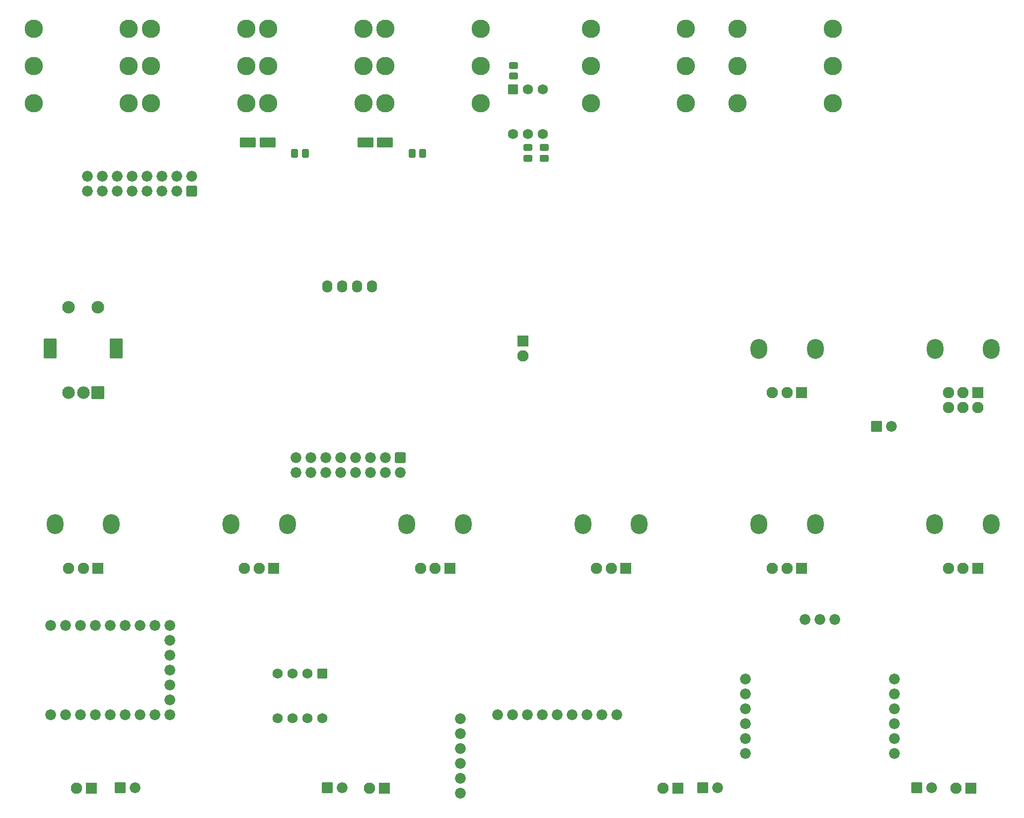
<source format=gbr>
%TF.GenerationSoftware,KiCad,Pcbnew,9.0.3*%
%TF.CreationDate,2025-08-21T10:37:57+02:00*%
%TF.ProjectId,RP2040_DSP,52503230-3430-45f4-9453-502e6b696361,V1.1*%
%TF.SameCoordinates,Original*%
%TF.FileFunction,Soldermask,Bot*%
%TF.FilePolarity,Negative*%
%FSLAX46Y46*%
G04 Gerber Fmt 4.6, Leading zero omitted, Abs format (unit mm)*
G04 Created by KiCad (PCBNEW 9.0.3) date 2025-08-21 10:37:57*
%MOMM*%
%LPD*%
G01*
G04 APERTURE LIST*
G04 Aperture macros list*
%AMRoundRect*
0 Rectangle with rounded corners*
0 $1 Rounding radius*
0 $2 $3 $4 $5 $6 $7 $8 $9 X,Y pos of 4 corners*
0 Add a 4 corners polygon primitive as box body*
4,1,4,$2,$3,$4,$5,$6,$7,$8,$9,$2,$3,0*
0 Add four circle primitives for the rounded corners*
1,1,$1+$1,$2,$3*
1,1,$1+$1,$4,$5*
1,1,$1+$1,$6,$7*
1,1,$1+$1,$8,$9*
0 Add four rect primitives between the rounded corners*
20,1,$1+$1,$2,$3,$4,$5,0*
20,1,$1+$1,$4,$5,$6,$7,0*
20,1,$1+$1,$6,$7,$8,$9,0*
20,1,$1+$1,$8,$9,$2,$3,0*%
G04 Aperture macros list end*
%ADD10RoundRect,0.070000X0.850000X-0.850000X0.850000X0.850000X-0.850000X0.850000X-0.850000X-0.850000X0*%
%ADD11C,1.840000*%
%ADD12RoundRect,0.271875X-0.598125X0.598125X-0.598125X-0.598125X0.598125X-0.598125X0.598125X0.598125X0*%
%ADD13C,1.740000*%
%ADD14RoundRect,0.270589X-0.649411X0.649411X-0.649411X-0.649411X0.649411X-0.649411X0.649411X0.649411X0*%
%ADD15C,3.140000*%
%ADD16RoundRect,0.070000X1.000000X-1.000000X1.000000X1.000000X-1.000000X1.000000X-1.000000X-1.000000X0*%
%ADD17C,2.140000*%
%ADD18RoundRect,0.070000X1.000000X-1.600000X1.000000X1.600000X-1.000000X1.600000X-1.000000X-1.600000X0*%
%ADD19RoundRect,0.070000X0.900000X0.900000X-0.900000X0.900000X-0.900000X-0.900000X0.900000X-0.900000X0*%
%ADD20C,1.940000*%
%ADD21RoundRect,0.070000X-0.900000X0.900000X-0.900000X-0.900000X0.900000X-0.900000X0.900000X0.900000X0*%
%ADD22RoundRect,0.271875X-1.123125X-0.598125X1.123125X-0.598125X1.123125X0.598125X-1.123125X0.598125X0*%
%ADD23O,2.860000X3.380000*%
%ADD24RoundRect,0.070000X-0.900000X-0.900000X0.900000X-0.900000X0.900000X0.900000X-0.900000X0.900000X0*%
%ADD25RoundRect,0.284146X-0.298354X-0.485854X0.298354X-0.485854X0.298354X0.485854X-0.298354X0.485854X0*%
%ADD26RoundRect,0.284146X-0.485854X0.298354X-0.485854X-0.298354X0.485854X-0.298354X0.485854X0.298354X0*%
%ADD27RoundRect,0.284146X0.485854X-0.298354X0.485854X0.298354X-0.485854X0.298354X-0.485854X-0.298354X0*%
%ADD28O,1.740000X2.140000*%
%ADD29RoundRect,0.285000X0.510000X-0.285000X0.510000X0.285000X-0.510000X0.285000X-0.510000X-0.285000X0*%
%ADD30RoundRect,0.270589X0.649411X-0.649411X0.649411X0.649411X-0.649411X0.649411X-0.649411X-0.649411X0*%
G04 APERTURE END LIST*
D10*
%TO.C,J5*%
X211728250Y-155200000D03*
D11*
X214268250Y-155200000D03*
%TD*%
D12*
%TO.C,SW2*%
X110397500Y-135732500D03*
D13*
X107857500Y-135732500D03*
X105317500Y-135732500D03*
X102777500Y-135732500D03*
X102777500Y-143352500D03*
X105317500Y-143352500D03*
X107857500Y-143352500D03*
X110397500Y-143352500D03*
%TD*%
D10*
%TO.C,J8*%
X75903250Y-155260000D03*
D11*
X78443250Y-155260000D03*
%TD*%
D10*
%TO.C,J7*%
X111203250Y-155260000D03*
D11*
X113743250Y-155260000D03*
%TD*%
%TO.C,U4*%
X64087750Y-142812000D03*
X66627750Y-142812000D03*
X69167750Y-142812000D03*
X71707750Y-142812000D03*
X74247750Y-142812000D03*
X76787750Y-142812000D03*
X79327750Y-142812000D03*
X81867750Y-142812000D03*
X84407750Y-142812000D03*
X64087750Y-127572000D03*
X66627750Y-127572000D03*
X69167750Y-127572000D03*
X71707750Y-127572000D03*
X74247750Y-127572000D03*
X76787750Y-127572000D03*
X79327750Y-127572000D03*
X81867750Y-127572000D03*
X84407750Y-127572000D03*
X84407750Y-140272000D03*
X84407750Y-137732000D03*
X84407750Y-135192000D03*
X84407750Y-132652000D03*
X84407750Y-130112000D03*
%TD*%
D14*
%TO.C,J13*%
X123660000Y-98960000D03*
D11*
X123660000Y-101500000D03*
X121120000Y-98960000D03*
X121120000Y-101500000D03*
X118580000Y-98960000D03*
X118580000Y-101500000D03*
X116040000Y-98960000D03*
X116040000Y-101500000D03*
X113500000Y-98960000D03*
X113500000Y-101500000D03*
X110960000Y-98960000D03*
X110960000Y-101500000D03*
X108420000Y-98960000D03*
X108420000Y-101500000D03*
X105880000Y-98960000D03*
X105880000Y-101500000D03*
%TD*%
%TO.C,U7*%
X182503250Y-136720000D03*
X182503250Y-139260000D03*
X182503250Y-141800000D03*
X182503250Y-144340000D03*
X182503250Y-146880000D03*
X182503250Y-149420000D03*
X207903250Y-149420000D03*
X207903250Y-146880000D03*
X207903250Y-144340000D03*
X207903250Y-141800000D03*
X207903250Y-139260000D03*
X207903250Y-136720000D03*
X197743250Y-126560000D03*
X195203250Y-126560000D03*
X192663250Y-126560000D03*
%TD*%
D10*
%TO.C,J6*%
X175278250Y-155260000D03*
D11*
X177818250Y-155260000D03*
%TD*%
D10*
%TO.C,J1*%
X204878250Y-93550000D03*
D11*
X207418250Y-93550000D03*
%TD*%
%TO.C,U8*%
X133933250Y-156150000D03*
X133933250Y-153610000D03*
X133933250Y-151070000D03*
X133933250Y-148530000D03*
X133933250Y-145990000D03*
X133933250Y-143450000D03*
X140283250Y-142815000D03*
X142823250Y-142815000D03*
X145363250Y-142815000D03*
X147903250Y-142815000D03*
X150443250Y-142815000D03*
X152983250Y-142815000D03*
X155523250Y-142815000D03*
X158063250Y-142815000D03*
X160603250Y-142815000D03*
%TD*%
D15*
%TO.C,J3*%
X97400000Y-32085000D03*
X81170000Y-32085000D03*
X97400000Y-25735000D03*
X81170000Y-25735000D03*
X97400000Y-38435000D03*
X81170000Y-38435000D03*
%TD*%
D16*
%TO.C,SW1*%
X72126500Y-87800000D03*
D17*
X67126500Y-87800000D03*
X69626500Y-87800000D03*
D18*
X64026500Y-80300000D03*
X75226500Y-80300000D03*
D17*
X67126500Y-73300000D03*
X72126500Y-73300000D03*
%TD*%
D19*
%TO.C,D7*%
X71001500Y-155300000D03*
D20*
X68461500Y-155300000D03*
%TD*%
D21*
%TO.C,D8*%
X144603250Y-79025000D03*
D20*
X144603250Y-81565000D03*
%TD*%
D22*
%TO.C,C32*%
X117725000Y-45200000D03*
X121075000Y-45200000D03*
%TD*%
D15*
%TO.C,J12*%
X172400000Y-32085000D03*
X156170000Y-32085000D03*
X172400000Y-25735000D03*
X156170000Y-25735000D03*
X172400000Y-38435000D03*
X156170000Y-38435000D03*
%TD*%
%TO.C,J11*%
X137400000Y-32085000D03*
X121170000Y-32085000D03*
X137400000Y-25735000D03*
X121170000Y-25735000D03*
X137400000Y-38435000D03*
X121170000Y-38435000D03*
%TD*%
D23*
%TO.C,RV6*%
X184826500Y-80350000D03*
X194426500Y-80350000D03*
D24*
X192126500Y-87850000D03*
D20*
X189626500Y-87850000D03*
X187126500Y-87850000D03*
%TD*%
D23*
%TO.C,RV7*%
X64826500Y-110300000D03*
X74426500Y-110300000D03*
D24*
X72126500Y-117800000D03*
D20*
X69626500Y-117800000D03*
X67126500Y-117800000D03*
%TD*%
D15*
%TO.C,J10*%
X117400000Y-32085000D03*
X101170000Y-32085000D03*
X117400000Y-25735000D03*
X101170000Y-25735000D03*
X117400000Y-38435000D03*
X101170000Y-38435000D03*
%TD*%
D25*
%TO.C,R16*%
X125687500Y-47000000D03*
X127512500Y-47000000D03*
%TD*%
D23*
%TO.C,RV1*%
X214826500Y-110300000D03*
X224426500Y-110300000D03*
D24*
X222126500Y-117800000D03*
D20*
X219626500Y-117800000D03*
X217126500Y-117800000D03*
%TD*%
D15*
%TO.C,J2*%
X77400000Y-32085000D03*
X61170000Y-32085000D03*
X77400000Y-25735000D03*
X61170000Y-25735000D03*
X77400000Y-38435000D03*
X61170000Y-38435000D03*
%TD*%
D26*
%TO.C,R18*%
X142960000Y-32022500D03*
X142960000Y-33847500D03*
%TD*%
D27*
%TO.C,R15*%
X145460000Y-47847500D03*
X145460000Y-46022500D03*
%TD*%
D23*
%TO.C,RV2*%
X184826500Y-110300000D03*
X194426500Y-110300000D03*
D24*
X192126500Y-117800000D03*
D20*
X189626500Y-117800000D03*
X187126500Y-117800000D03*
%TD*%
D22*
%TO.C,C33*%
X97725000Y-45200000D03*
X101075000Y-45200000D03*
%TD*%
D28*
%TO.C,U12*%
X118846500Y-69700000D03*
X116306500Y-69700000D03*
X113766500Y-69700000D03*
X111226500Y-69700000D03*
%TD*%
D23*
%TO.C,RV3*%
X154826500Y-110300000D03*
X164426500Y-110300000D03*
D24*
X162126500Y-117800000D03*
D20*
X159626500Y-117800000D03*
X157126500Y-117800000D03*
%TD*%
D25*
%TO.C,R17*%
X105675000Y-47000000D03*
X107500000Y-47000000D03*
%TD*%
D19*
%TO.C,D4*%
X221001500Y-155300000D03*
D20*
X218461500Y-155300000D03*
%TD*%
D29*
%TO.C,C31*%
X148210000Y-47885000D03*
X148210000Y-45985000D03*
%TD*%
D23*
%TO.C,RV5*%
X94826500Y-110300000D03*
X104426500Y-110300000D03*
D24*
X102126500Y-117800000D03*
D20*
X99626500Y-117800000D03*
X97126500Y-117800000D03*
%TD*%
D23*
%TO.C,RV8*%
X214900000Y-80375000D03*
X224400000Y-80375000D03*
D24*
X222150000Y-87875000D03*
D20*
X219650000Y-87875000D03*
X217150000Y-87875000D03*
X222150000Y-90375000D03*
X219650000Y-90375000D03*
X217150000Y-90375000D03*
%TD*%
D19*
%TO.C,D5*%
X171001500Y-155300000D03*
D20*
X168461500Y-155300000D03*
%TD*%
D30*
%TO.C,J4*%
X88120000Y-53500000D03*
D11*
X88120000Y-50960000D03*
X85580000Y-53500000D03*
X85580000Y-50960000D03*
X83040000Y-53500000D03*
X83040000Y-50960000D03*
X80500000Y-53500000D03*
X80500000Y-50960000D03*
X77960000Y-53500000D03*
X77960000Y-50960000D03*
X75420000Y-53500000D03*
X75420000Y-50960000D03*
X72880000Y-53500000D03*
X72880000Y-50960000D03*
X70340000Y-53500000D03*
X70340000Y-50960000D03*
%TD*%
D12*
%TO.C,U11*%
X142920000Y-36130000D03*
D13*
X145460000Y-36130000D03*
X148000000Y-36130000D03*
X148000000Y-43750000D03*
X145460000Y-43750000D03*
X142920000Y-43750000D03*
%TD*%
D19*
%TO.C,D6*%
X121001500Y-155300000D03*
D20*
X118461500Y-155300000D03*
%TD*%
D15*
%TO.C,J9*%
X197400000Y-32085000D03*
X181170000Y-32085000D03*
X197400000Y-25735000D03*
X181170000Y-25735000D03*
X197400000Y-38435000D03*
X181170000Y-38435000D03*
%TD*%
D23*
%TO.C,RV4*%
X124826500Y-110300000D03*
X134426500Y-110300000D03*
D24*
X132126500Y-117800000D03*
D20*
X129626500Y-117800000D03*
X127126500Y-117800000D03*
%TD*%
M02*

</source>
